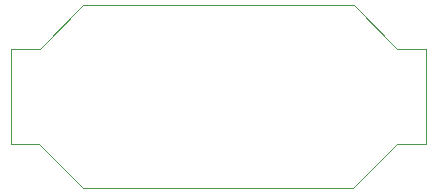
<source format=gm1>
%FSTAX44Y44*%
%MOMM*%
%SFA1B1*%

%IPPOS*%
%ADD45C,0.100000*%
%LNpcb1-1*%
%LPD*%
G54D45*
X00931929Y00447256D02*
Y0048768D01*
Y00528102*
X00992889Y0041021D02*
X0110744D01*
X0093218Y00528102D02*
X00956092D01*
X0099314Y0056515*
X0110744*
X00955842Y00447256D02*
X00992889Y0041021D01*
X0093218Y00447256D02*
X00955842D01*
X01259036Y00528102D02*
X012827D01*
X01221989Y0056515D02*
X01259036Y00528102D01*
X0110744Y0041021D02*
X0122174D01*
X01258786Y00447256*
X012827*
X01282949D02*
Y0048768D01*
Y00528102*
X0110744Y0056515D02*
X01221989D01*
M02*
</source>
